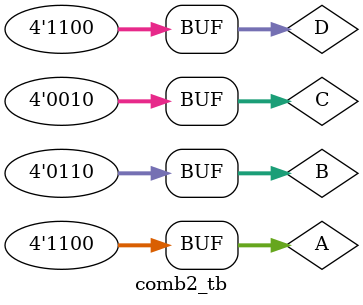
<source format=v>
module comb2
(
 input [3:0] A,
 input [3:0] B,
 input [3:0] C,
 input [3:0] D,
 output [3:0] Arithmetic,
 output [3:0] Shift,
 output [3:0] Relational,
 output [3:0] Equality,
 output [3:0] Bitwise,
 output [3:0] Reduction,
 output [3:0] Logical,
 output [3:0] Concatenation,
 output [3:0] Conditional
);
 
 
 assign Arithmetic = B+C;
 assign Shift = B>>C;
 assign Relational = A > B;
 assign Equality = A == D;
 assign Bitwise = B & C;
 assign Reduction = |B;
 assign Logical = (A > B) || (A > D);
 assign Concatenation = {C[1:0], D[3:2]};
 assign Conditional = (A>B) ? A : B;
endmodule

`timescale 1ns/1ps
module comb2_tb;
 reg [3:0] A;
 reg [3:0] B;
 reg [3:0] C;
 reg [3:0] D;
 wire [3:0] Arithmetic;
 wire [3:0] Shift;
 wire [3:0] Relational;
 wire [3:0] Equality;
 wire [3:0] Bitwise;
 wire [3:0] Reduction;
 wire [3:0] Logical;
 wire [3:0] Concatenation;
 wire [3:0] Conditional;
comb2 uut
(
 .A(A),
 .B(B),
 .C(C),
 .D(D),
 .Arithmetic(Arithmetic),
 .Shift(Shift),
 .Relational(Relational),
 .Equality(Equality),
 .Bitwise(Bitwise),
 .Reduction(Reduction),
 .Logical(Logical),
 .Concatenation(Concatenation),
 .Conditional(Conditional)
);
initial begin
 A = 4'b1100;
 B = 4'b0110;
 C = 4'b0010;
 D = 4'b1100;
 #20;
end
initial begin
$monitor("A=%4b, B=%4b, C=%4b, D=%4b\n", A, B, C, D,
 "Arithmetic=%4b, Shift=%4b, Relational=%4b\n", Arithmetic, Shift, Relational,
 "Equality=%4b, Bitwise=%4b, Reduction=%4b\n", Equality, Bitwise, Reduction,
 "Logical=%4b, Concatenation=%4b, Conditional=%4b\n", Logical, Concatenation, Conditional); 
end
endmodule
</source>
